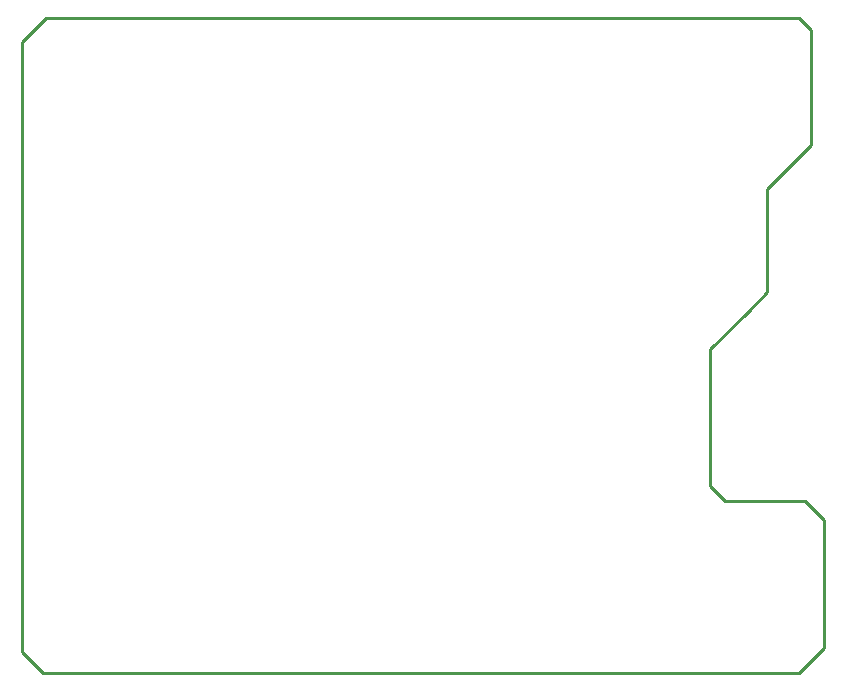
<source format=gko>
%TF.GenerationSoftware,Altium Limited,DefaultClient, ()*%
G04 Layer_Color=16711935*
%FSLAX26Y26*%
%MOIN*%
%TF.SameCoordinates,28E0FE5E-BC46-41F2-A807-9729679EB8C0*%
%TF.FilePolarity,Positive*%
%TF.FileFunction,Keep-out,Top*%
%TF.Part,Single*%
G01*
G75*
%TA.AperFunction,NonConductor*%
%ADD30C,0.010000*%
D30*
X3440000Y4160000D02*
X3490000D01*
X3360000Y4080000D02*
X3440000Y4160000D01*
X3360000Y2045000D02*
Y4080000D01*
Y2045000D02*
X3430000Y1975000D01*
X5950000D01*
X6035000Y2060000D01*
Y2485000D01*
X5970000Y2550000D02*
X6035000Y2485000D01*
X5705000Y2550000D02*
X5970000D01*
X5655000Y2600000D02*
X5705000Y2550000D01*
X5655000Y2600000D02*
Y3055000D01*
X5780000Y3180000D01*
X5845000Y3245000D01*
Y3590000D01*
X5990000Y3735000D01*
Y4120000D01*
X5950000Y4160000D02*
X5990000Y4120000D01*
X3490000Y4160000D02*
X5950000D01*
%TF.MD5,cfef80f09da449500d2eedbb2b7a3710*%
M02*

</source>
